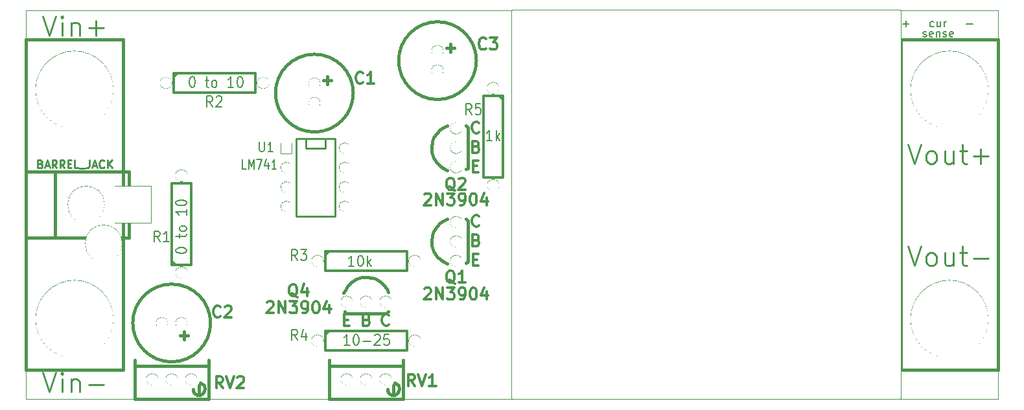
<source format=gto>
G04 (created by PCBNEW (2013-07-07 BZR 4022)-stable) date 6/29/2014 7:37:07 PM*
%MOIN*%
G04 Gerber Fmt 3.4, Leading zero omitted, Abs format*
%FSLAX34Y34*%
G01*
G70*
G90*
G04 APERTURE LIST*
%ADD10C,0.001*%
%ADD11C,0.005*%
%ADD12C,0.00787402*%
%ADD13C,0.01*%
%ADD14C,0.00393701*%
%ADD15C,0.015*%
%ADD16C,0.012*%
%ADD17C,0.0118*%
%ADD18C,0.008*%
%ADD19C,0.06*%
%ADD20C,0.0591*%
%ADD21C,0.25*%
%ADD22C,0.1*%
%ADD23C,0.189*%
%ADD24R,0.189X0.189*%
%ADD25R,0.055X0.055*%
%ADD26C,0.055*%
%ADD27C,0.4*%
%ADD28C,0.035*%
G04 APERTURE END LIST*
G54D10*
G54D11*
X45111Y19292D02*
X45416Y19292D01*
X45263Y19140D02*
X45263Y19444D01*
X46692Y19159D02*
X46654Y19140D01*
X46578Y19140D01*
X46540Y19159D01*
X46521Y19178D01*
X46502Y19216D01*
X46502Y19330D01*
X46521Y19368D01*
X46540Y19387D01*
X46578Y19406D01*
X46654Y19406D01*
X46692Y19387D01*
X47035Y19406D02*
X47035Y19140D01*
X46863Y19406D02*
X46863Y19197D01*
X46882Y19159D01*
X46921Y19140D01*
X46978Y19140D01*
X47016Y19159D01*
X47035Y19178D01*
X47225Y19140D02*
X47225Y19406D01*
X47225Y19330D02*
X47244Y19368D01*
X47263Y19387D01*
X47302Y19406D01*
X47340Y19406D01*
X48387Y19292D02*
X48692Y19292D01*
X46152Y18647D02*
X46190Y18628D01*
X46266Y18628D01*
X46304Y18647D01*
X46324Y18685D01*
X46324Y18704D01*
X46304Y18742D01*
X46266Y18761D01*
X46209Y18761D01*
X46171Y18780D01*
X46152Y18818D01*
X46152Y18837D01*
X46171Y18875D01*
X46209Y18894D01*
X46266Y18894D01*
X46304Y18875D01*
X46647Y18647D02*
X46609Y18628D01*
X46533Y18628D01*
X46495Y18647D01*
X46476Y18685D01*
X46476Y18837D01*
X46495Y18875D01*
X46533Y18894D01*
X46609Y18894D01*
X46647Y18875D01*
X46666Y18837D01*
X46666Y18799D01*
X46476Y18761D01*
X46838Y18894D02*
X46838Y18628D01*
X46838Y18856D02*
X46857Y18875D01*
X46895Y18894D01*
X46952Y18894D01*
X46990Y18875D01*
X47009Y18837D01*
X47009Y18628D01*
X47181Y18647D02*
X47219Y18628D01*
X47295Y18628D01*
X47333Y18647D01*
X47352Y18685D01*
X47352Y18704D01*
X47333Y18742D01*
X47295Y18761D01*
X47238Y18761D01*
X47200Y18780D01*
X47181Y18818D01*
X47181Y18837D01*
X47200Y18875D01*
X47238Y18894D01*
X47295Y18894D01*
X47333Y18875D01*
X47676Y18647D02*
X47638Y18628D01*
X47562Y18628D01*
X47524Y18647D01*
X47504Y18685D01*
X47504Y18837D01*
X47524Y18875D01*
X47562Y18894D01*
X47638Y18894D01*
X47676Y18875D01*
X47695Y18837D01*
X47695Y18799D01*
X47504Y18761D01*
G54D12*
X25000Y0D02*
X25000Y20000D01*
X45000Y0D02*
X25000Y0D01*
X45000Y20000D02*
X45000Y0D01*
X25000Y20000D02*
X45000Y20000D01*
G54D13*
X45357Y7845D02*
X45690Y6845D01*
X46023Y7845D01*
X46500Y6845D02*
X46404Y6892D01*
X46357Y6940D01*
X46309Y7035D01*
X46309Y7321D01*
X46357Y7416D01*
X46404Y7464D01*
X46500Y7511D01*
X46642Y7511D01*
X46738Y7464D01*
X46785Y7416D01*
X46833Y7321D01*
X46833Y7035D01*
X46785Y6940D01*
X46738Y6892D01*
X46642Y6845D01*
X46500Y6845D01*
X47690Y7511D02*
X47690Y6845D01*
X47261Y7511D02*
X47261Y6988D01*
X47309Y6892D01*
X47404Y6845D01*
X47547Y6845D01*
X47642Y6892D01*
X47690Y6940D01*
X48023Y7511D02*
X48404Y7511D01*
X48166Y7845D02*
X48166Y6988D01*
X48214Y6892D01*
X48309Y6845D01*
X48404Y6845D01*
X48738Y7226D02*
X49500Y7226D01*
X45357Y13095D02*
X45690Y12095D01*
X46023Y13095D01*
X46500Y12095D02*
X46404Y12142D01*
X46357Y12190D01*
X46309Y12285D01*
X46309Y12571D01*
X46357Y12666D01*
X46404Y12714D01*
X46500Y12761D01*
X46642Y12761D01*
X46738Y12714D01*
X46785Y12666D01*
X46833Y12571D01*
X46833Y12285D01*
X46785Y12190D01*
X46738Y12142D01*
X46642Y12095D01*
X46500Y12095D01*
X47690Y12761D02*
X47690Y12095D01*
X47261Y12761D02*
X47261Y12238D01*
X47309Y12142D01*
X47404Y12095D01*
X47547Y12095D01*
X47642Y12142D01*
X47690Y12190D01*
X48023Y12761D02*
X48404Y12761D01*
X48166Y13095D02*
X48166Y12238D01*
X48214Y12142D01*
X48309Y12095D01*
X48404Y12095D01*
X48738Y12476D02*
X49500Y12476D01*
X49119Y12095D02*
X49119Y12857D01*
X857Y1345D02*
X1190Y345D01*
X1523Y1345D01*
X1857Y345D02*
X1857Y1011D01*
X1857Y1345D02*
X1809Y1297D01*
X1857Y1250D01*
X1904Y1297D01*
X1857Y1345D01*
X1857Y1250D01*
X2333Y1011D02*
X2333Y345D01*
X2333Y916D02*
X2380Y964D01*
X2476Y1011D01*
X2619Y1011D01*
X2714Y964D01*
X2761Y869D01*
X2761Y345D01*
X3238Y726D02*
X4000Y726D01*
X857Y19695D02*
X1190Y18695D01*
X1523Y19695D01*
X1857Y18695D02*
X1857Y19361D01*
X1857Y19695D02*
X1809Y19647D01*
X1857Y19600D01*
X1904Y19647D01*
X1857Y19695D01*
X1857Y19600D01*
X2333Y19361D02*
X2333Y18695D01*
X2333Y19266D02*
X2380Y19314D01*
X2476Y19361D01*
X2619Y19361D01*
X2714Y19314D01*
X2761Y19219D01*
X2761Y18695D01*
X3238Y19076D02*
X4000Y19076D01*
X3619Y18695D02*
X3619Y19457D01*
G54D14*
X0Y0D02*
X0Y20000D01*
X50000Y0D02*
X0Y0D01*
X50000Y20000D02*
X50000Y0D01*
X0Y20000D02*
X50000Y20000D01*
G54D15*
X8900Y200D02*
X8900Y700D01*
X8590Y495D02*
X8605Y395D01*
X8605Y395D02*
X8675Y285D01*
X8675Y285D02*
X8800Y200D01*
X8800Y200D02*
X8975Y195D01*
X8975Y195D02*
X9115Y275D01*
X9115Y275D02*
X9185Y390D01*
X9185Y390D02*
X9205Y515D01*
X9205Y515D02*
X9165Y675D01*
X9165Y675D02*
X9030Y775D01*
X9030Y775D02*
X8960Y810D01*
X5600Y1700D02*
X9400Y1700D01*
X9400Y500D02*
X9400Y0D01*
X9400Y0D02*
X5600Y0D01*
X5600Y0D02*
X5600Y2000D01*
X9400Y2000D02*
X9400Y1000D01*
X9400Y1000D02*
X9400Y500D01*
X18900Y200D02*
X18900Y700D01*
X18590Y495D02*
X18605Y395D01*
X18605Y395D02*
X18675Y285D01*
X18675Y285D02*
X18800Y200D01*
X18800Y200D02*
X18975Y195D01*
X18975Y195D02*
X19115Y275D01*
X19115Y275D02*
X19185Y390D01*
X19185Y390D02*
X19205Y515D01*
X19205Y515D02*
X19165Y675D01*
X19165Y675D02*
X19030Y775D01*
X19030Y775D02*
X18960Y810D01*
X15600Y1700D02*
X19400Y1700D01*
X19400Y500D02*
X19400Y0D01*
X19400Y0D02*
X15600Y0D01*
X15600Y0D02*
X15600Y2000D01*
X19400Y2000D02*
X19400Y1000D01*
X19400Y1000D02*
X19400Y500D01*
X18550Y4400D02*
X18650Y4500D01*
X16450Y4400D02*
X16400Y4500D01*
X16345Y5460D02*
X16425Y5605D01*
X16425Y5605D02*
X16545Y5795D01*
X16545Y5795D02*
X16735Y5995D01*
X16735Y5995D02*
X16985Y6150D01*
X16985Y6150D02*
X17280Y6250D01*
X17280Y6250D02*
X17510Y6270D01*
X17510Y6270D02*
X17830Y6225D01*
X17830Y6225D02*
X18035Y6150D01*
X18035Y6150D02*
X18255Y5995D01*
X18255Y5995D02*
X18440Y5815D01*
X18440Y5815D02*
X18555Y5645D01*
X18555Y5645D02*
X18640Y5475D01*
X16450Y4400D02*
X18550Y4400D01*
X22730Y13960D02*
X22630Y14060D01*
X22730Y11860D02*
X22630Y11810D01*
X21670Y11755D02*
X21525Y11835D01*
X21525Y11835D02*
X21335Y11955D01*
X21335Y11955D02*
X21135Y12145D01*
X21135Y12145D02*
X20980Y12395D01*
X20980Y12395D02*
X20880Y12690D01*
X20880Y12690D02*
X20860Y12920D01*
X20860Y12920D02*
X20905Y13240D01*
X20905Y13240D02*
X20980Y13445D01*
X20980Y13445D02*
X21135Y13665D01*
X21135Y13665D02*
X21315Y13850D01*
X21315Y13850D02*
X21485Y13965D01*
X21485Y13965D02*
X21655Y14050D01*
X22730Y11860D02*
X22730Y13960D01*
X22730Y9150D02*
X22630Y9250D01*
X22730Y7050D02*
X22630Y7000D01*
X21670Y6945D02*
X21525Y7025D01*
X21525Y7025D02*
X21335Y7145D01*
X21335Y7145D02*
X21135Y7335D01*
X21135Y7335D02*
X20980Y7585D01*
X20980Y7585D02*
X20880Y7880D01*
X20880Y7880D02*
X20860Y8110D01*
X20860Y8110D02*
X20905Y8430D01*
X20905Y8430D02*
X20980Y8635D01*
X20980Y8635D02*
X21135Y8855D01*
X21135Y8855D02*
X21315Y9040D01*
X21315Y9040D02*
X21485Y9155D01*
X21485Y9155D02*
X21655Y9240D01*
X22730Y7050D02*
X22730Y9150D01*
X8150Y3050D02*
X8150Y3450D01*
X8350Y3250D02*
X7950Y3250D01*
X9500Y3900D02*
G75*
G03X9500Y3900I-2000J0D01*
G74*
G01*
X22024Y18052D02*
X21624Y18052D01*
X21824Y18252D02*
X21824Y17852D01*
X23174Y17402D02*
G75*
G03X23174Y17402I-2000J0D01*
G74*
G01*
X15690Y16380D02*
X15290Y16380D01*
X15490Y16580D02*
X15490Y16180D01*
X16840Y15730D02*
G75*
G03X16840Y15730I-2000J0D01*
G74*
G01*
G54D16*
X36000Y18000D02*
X35000Y18400D01*
X35000Y18400D02*
X34000Y18000D01*
X36000Y2000D02*
X35000Y1400D01*
X35000Y1400D02*
X34000Y2000D01*
X39800Y11800D02*
X40200Y10000D01*
X40200Y10000D02*
X39800Y8200D01*
X39800Y11800D02*
X36000Y18000D01*
X39800Y8200D02*
X36000Y2000D01*
X30200Y8200D02*
X34000Y2000D01*
X30200Y11800D02*
X34000Y18000D01*
X30200Y8200D02*
X29800Y10200D01*
X29800Y10200D02*
X30200Y11800D01*
X39007Y10000D02*
G75*
G03X39007Y10000I-4007J0D01*
G74*
G01*
X7200Y16250D02*
X7600Y16250D01*
X12200Y16250D02*
X11800Y16250D01*
X11800Y16750D02*
X11800Y15750D01*
X11800Y15750D02*
X7600Y15750D01*
X7600Y15750D02*
X7600Y16750D01*
X7600Y16750D02*
X11800Y16750D01*
X7600Y16550D02*
X7800Y16750D01*
X15000Y7100D02*
X15400Y7100D01*
X20000Y7100D02*
X19600Y7100D01*
X19600Y7600D02*
X19600Y6600D01*
X19600Y6600D02*
X15400Y6600D01*
X15400Y6600D02*
X15400Y7600D01*
X15400Y7600D02*
X19600Y7600D01*
X15400Y7400D02*
X15600Y7600D01*
X8000Y6500D02*
X8000Y6900D01*
X8000Y11500D02*
X8000Y11100D01*
X7500Y11100D02*
X8500Y11100D01*
X8500Y11100D02*
X8500Y6900D01*
X8500Y6900D02*
X7500Y6900D01*
X7500Y6900D02*
X7500Y11100D01*
X7700Y6900D02*
X7500Y7100D01*
X15000Y3000D02*
X15400Y3000D01*
X20000Y3000D02*
X19600Y3000D01*
X19600Y3500D02*
X19600Y2500D01*
X19600Y2500D02*
X15400Y2500D01*
X15400Y2500D02*
X15400Y3500D01*
X15400Y3500D02*
X19600Y3500D01*
X15400Y3300D02*
X15600Y3500D01*
G54D15*
X300Y11700D02*
X0Y11700D01*
X0Y11700D02*
X0Y8300D01*
X0Y8300D02*
X300Y8300D01*
X1500Y11700D02*
X1500Y8300D01*
X5300Y11700D02*
X5300Y8300D01*
X300Y8300D02*
X5300Y8300D01*
X300Y11700D02*
X5300Y11700D01*
G54D13*
X15390Y13400D02*
X15390Y12900D01*
X15390Y12900D02*
X14390Y12900D01*
X14390Y12900D02*
X14390Y13400D01*
X15890Y13400D02*
X15890Y9400D01*
X15890Y9400D02*
X13890Y9400D01*
X13890Y9400D02*
X13890Y13400D01*
X13890Y13400D02*
X15890Y13400D01*
G54D15*
X0Y1500D02*
X0Y18500D01*
X0Y18500D02*
X5000Y18500D01*
X5000Y18500D02*
X5000Y1500D01*
X5000Y1500D02*
X0Y1500D01*
X50000Y18500D02*
X50000Y1500D01*
X50000Y1500D02*
X45000Y1500D01*
X45000Y1500D02*
X45000Y18500D01*
X45000Y18500D02*
X50000Y18500D01*
G54D16*
X24036Y16000D02*
X24036Y15600D01*
X24036Y11000D02*
X24036Y11400D01*
X24536Y11400D02*
X23536Y11400D01*
X23536Y11400D02*
X23536Y15600D01*
X23536Y15600D02*
X24536Y15600D01*
X24536Y15600D02*
X24536Y11400D01*
X24336Y15600D02*
X24536Y15400D01*
G54D10*
X7795Y1000D02*
G75*
G03X7795Y1000I-295J0D01*
G74*
G01*
X6795Y1000D02*
G75*
G03X6795Y1000I-295J0D01*
G74*
G01*
X8795Y1000D02*
G75*
G03X8795Y1000I-295J0D01*
G74*
G01*
X17795Y1000D02*
G75*
G03X17795Y1000I-295J0D01*
G74*
G01*
X16795Y1000D02*
G75*
G03X16795Y1000I-295J0D01*
G74*
G01*
X18795Y1000D02*
G75*
G03X18795Y1000I-295J0D01*
G74*
G01*
X17795Y5000D02*
G75*
G03X17795Y5000I-295J0D01*
G74*
G01*
X18795Y5000D02*
G75*
G03X18795Y5000I-295J0D01*
G74*
G01*
X16795Y5000D02*
G75*
G03X16795Y5000I-295J0D01*
G74*
G01*
X22425Y12910D02*
G75*
G03X22425Y12910I-295J0D01*
G74*
G01*
X22425Y13910D02*
G75*
G03X22425Y13910I-295J0D01*
G74*
G01*
X22425Y11910D02*
G75*
G03X22425Y11910I-295J0D01*
G74*
G01*
X22425Y8100D02*
G75*
G03X22425Y8100I-295J0D01*
G74*
G01*
X22425Y9100D02*
G75*
G03X22425Y9100I-295J0D01*
G74*
G01*
X22425Y7100D02*
G75*
G03X22425Y7100I-295J0D01*
G74*
G01*
X7290Y3900D02*
G75*
G03X7290Y3900I-290J0D01*
G74*
G01*
X8290Y3900D02*
G75*
G03X8290Y3900I-290J0D01*
G74*
G01*
X21464Y16902D02*
G75*
G03X21464Y16902I-290J0D01*
G74*
G01*
X21464Y17902D02*
G75*
G03X21464Y17902I-290J0D01*
G74*
G01*
X15130Y15230D02*
G75*
G03X15130Y15230I-290J0D01*
G74*
G01*
X15130Y16230D02*
G75*
G03X15130Y16230I-290J0D01*
G74*
G01*
X36245Y16000D02*
G75*
G03X36245Y16000I-1245J0D01*
G74*
G01*
X36245Y4000D02*
G75*
G03X36245Y4000I-1245J0D01*
G74*
G01*
X37495Y11000D02*
G75*
G03X37495Y11000I-495J0D01*
G74*
G01*
X33495Y11000D02*
G75*
G03X33495Y11000I-495J0D01*
G74*
G01*
X7495Y16250D02*
G75*
G03X7495Y16250I-295J0D01*
G74*
G01*
X12495Y16250D02*
G75*
G03X12495Y16250I-295J0D01*
G74*
G01*
X15295Y7100D02*
G75*
G03X15295Y7100I-295J0D01*
G74*
G01*
X20295Y7100D02*
G75*
G03X20295Y7100I-295J0D01*
G74*
G01*
X8295Y6500D02*
G75*
G03X8295Y6500I-295J0D01*
G74*
G01*
X8295Y11500D02*
G75*
G03X8295Y11500I-295J0D01*
G74*
G01*
X15295Y3000D02*
G75*
G03X15295Y3000I-295J0D01*
G74*
G01*
X20295Y3000D02*
G75*
G03X20295Y3000I-295J0D01*
G74*
G01*
X4040Y10000D02*
G75*
G03X4040Y10000I-940J0D01*
G74*
G01*
X4560Y10940D02*
X4560Y9060D01*
X6440Y9060D01*
X6440Y10940D01*
X4560Y10940D01*
X4940Y8000D02*
G75*
G03X4940Y8000I-940J0D01*
G74*
G01*
X13120Y13170D02*
X13120Y12630D01*
X13660Y12630D01*
X13660Y13170D01*
X13120Y13170D01*
X13660Y11900D02*
G75*
G03X13660Y11900I-270J0D01*
G74*
G01*
X13660Y10900D02*
G75*
G03X13660Y10900I-270J0D01*
G74*
G01*
X13660Y9900D02*
G75*
G03X13660Y9900I-270J0D01*
G74*
G01*
X16660Y9900D02*
G75*
G03X16660Y9900I-270J0D01*
G74*
G01*
X16660Y10900D02*
G75*
G03X16660Y10900I-270J0D01*
G74*
G01*
X16660Y11900D02*
G75*
G03X16660Y11900I-270J0D01*
G74*
G01*
X16660Y12900D02*
G75*
G03X16660Y12900I-270J0D01*
G74*
G01*
X4495Y4100D02*
G75*
G03X4495Y4100I-1995J0D01*
G74*
G01*
X4495Y15900D02*
G75*
G03X4495Y15900I-1995J0D01*
G74*
G01*
X49495Y15900D02*
G75*
G03X49495Y15900I-1995J0D01*
G74*
G01*
X49495Y4100D02*
G75*
G03X49495Y4100I-1995J0D01*
G74*
G01*
X24331Y16000D02*
G75*
G03X24331Y16000I-295J0D01*
G74*
G01*
X24331Y11000D02*
G75*
G03X24331Y11000I-295J0D01*
G74*
G01*
G54D16*
X10132Y547D02*
X9932Y832D01*
X9790Y547D02*
X9790Y1147D01*
X10018Y1147D01*
X10075Y1118D01*
X10104Y1090D01*
X10132Y1032D01*
X10132Y947D01*
X10104Y890D01*
X10075Y861D01*
X10018Y832D01*
X9790Y832D01*
X10304Y1147D02*
X10504Y547D01*
X10704Y1147D01*
X10875Y1090D02*
X10904Y1118D01*
X10961Y1147D01*
X11104Y1147D01*
X11161Y1118D01*
X11190Y1090D01*
X11218Y1032D01*
X11218Y975D01*
X11190Y890D01*
X10847Y547D01*
X11218Y547D01*
X20002Y667D02*
X19802Y952D01*
X19660Y667D02*
X19660Y1267D01*
X19888Y1267D01*
X19945Y1238D01*
X19974Y1210D01*
X20002Y1152D01*
X20002Y1067D01*
X19974Y1010D01*
X19945Y981D01*
X19888Y952D01*
X19660Y952D01*
X20174Y1267D02*
X20374Y667D01*
X20574Y1267D01*
X21088Y667D02*
X20745Y667D01*
X20917Y667D02*
X20917Y1267D01*
X20860Y1181D01*
X20802Y1124D01*
X20745Y1095D01*
X13978Y5230D02*
X13921Y5258D01*
X13864Y5315D01*
X13778Y5401D01*
X13721Y5430D01*
X13664Y5430D01*
X13693Y5287D02*
X13636Y5315D01*
X13578Y5372D01*
X13550Y5487D01*
X13550Y5687D01*
X13578Y5801D01*
X13636Y5858D01*
X13693Y5887D01*
X13807Y5887D01*
X13864Y5858D01*
X13921Y5801D01*
X13950Y5687D01*
X13950Y5487D01*
X13921Y5372D01*
X13864Y5315D01*
X13807Y5287D01*
X13693Y5287D01*
X14464Y5687D02*
X14464Y5287D01*
X14321Y5915D02*
X14178Y5487D01*
X14550Y5487D01*
X12407Y4952D02*
X12435Y4980D01*
X12493Y5009D01*
X12635Y5009D01*
X12693Y4980D01*
X12721Y4952D01*
X12750Y4894D01*
X12750Y4837D01*
X12721Y4752D01*
X12378Y4409D01*
X12750Y4409D01*
X13007Y4409D02*
X13007Y5009D01*
X13350Y4409D01*
X13350Y5009D01*
X13578Y5009D02*
X13950Y5009D01*
X13750Y4780D01*
X13835Y4780D01*
X13893Y4752D01*
X13921Y4723D01*
X13950Y4666D01*
X13950Y4523D01*
X13921Y4466D01*
X13893Y4437D01*
X13835Y4409D01*
X13664Y4409D01*
X13607Y4437D01*
X13578Y4466D01*
X14236Y4409D02*
X14350Y4409D01*
X14407Y4437D01*
X14436Y4466D01*
X14493Y4552D01*
X14521Y4666D01*
X14521Y4894D01*
X14493Y4952D01*
X14464Y4980D01*
X14407Y5009D01*
X14293Y5009D01*
X14236Y4980D01*
X14207Y4952D01*
X14178Y4894D01*
X14178Y4752D01*
X14207Y4694D01*
X14236Y4666D01*
X14293Y4637D01*
X14407Y4637D01*
X14464Y4666D01*
X14493Y4694D01*
X14521Y4752D01*
X14893Y5009D02*
X14950Y5009D01*
X15007Y4980D01*
X15036Y4952D01*
X15064Y4894D01*
X15093Y4780D01*
X15093Y4637D01*
X15064Y4523D01*
X15036Y4466D01*
X15007Y4437D01*
X14950Y4409D01*
X14893Y4409D01*
X14836Y4437D01*
X14807Y4466D01*
X14778Y4523D01*
X14750Y4637D01*
X14750Y4780D01*
X14778Y4894D01*
X14807Y4952D01*
X14836Y4980D01*
X14893Y5009D01*
X15607Y4809D02*
X15607Y4409D01*
X15464Y5037D02*
X15321Y4609D01*
X15693Y4609D01*
G54D17*
X16373Y4070D02*
X16570Y4070D01*
X16654Y3760D02*
X16373Y3760D01*
X16373Y4351D01*
X16654Y4351D01*
X17542Y4070D02*
X17626Y4042D01*
X17654Y4014D01*
X17682Y3957D01*
X17682Y3873D01*
X17654Y3817D01*
X17626Y3788D01*
X17570Y3760D01*
X17345Y3760D01*
X17345Y4351D01*
X17542Y4351D01*
X17598Y4323D01*
X17626Y4295D01*
X17654Y4239D01*
X17654Y4182D01*
X17626Y4126D01*
X17598Y4098D01*
X17542Y4070D01*
X17345Y4070D01*
X18682Y3817D02*
X18654Y3788D01*
X18570Y3760D01*
X18514Y3760D01*
X18429Y3788D01*
X18373Y3845D01*
X18345Y3901D01*
X18317Y4014D01*
X18317Y4098D01*
X18345Y4211D01*
X18373Y4267D01*
X18429Y4323D01*
X18514Y4351D01*
X18570Y4351D01*
X18654Y4323D01*
X18682Y4295D01*
G54D16*
X22072Y10710D02*
X22015Y10738D01*
X21958Y10795D01*
X21872Y10881D01*
X21815Y10910D01*
X21758Y10910D01*
X21787Y10767D02*
X21730Y10795D01*
X21672Y10852D01*
X21644Y10967D01*
X21644Y11167D01*
X21672Y11281D01*
X21730Y11338D01*
X21787Y11367D01*
X21901Y11367D01*
X21958Y11338D01*
X22015Y11281D01*
X22044Y11167D01*
X22044Y10967D01*
X22015Y10852D01*
X21958Y10795D01*
X21901Y10767D01*
X21787Y10767D01*
X22272Y11310D02*
X22301Y11338D01*
X22358Y11367D01*
X22501Y11367D01*
X22558Y11338D01*
X22587Y11310D01*
X22615Y11252D01*
X22615Y11195D01*
X22587Y11110D01*
X22244Y10767D01*
X22615Y10767D01*
X20501Y10514D02*
X20529Y10542D01*
X20587Y10571D01*
X20729Y10571D01*
X20787Y10542D01*
X20815Y10514D01*
X20844Y10456D01*
X20844Y10399D01*
X20815Y10314D01*
X20472Y9971D01*
X20844Y9971D01*
X21101Y9971D02*
X21101Y10571D01*
X21444Y9971D01*
X21444Y10571D01*
X21672Y10571D02*
X22044Y10571D01*
X21844Y10342D01*
X21929Y10342D01*
X21987Y10314D01*
X22015Y10285D01*
X22044Y10228D01*
X22044Y10085D01*
X22015Y10028D01*
X21987Y9999D01*
X21929Y9971D01*
X21758Y9971D01*
X21701Y9999D01*
X21672Y10028D01*
X22330Y9971D02*
X22444Y9971D01*
X22501Y9999D01*
X22530Y10028D01*
X22587Y10114D01*
X22615Y10228D01*
X22615Y10456D01*
X22587Y10514D01*
X22558Y10542D01*
X22501Y10571D01*
X22387Y10571D01*
X22330Y10542D01*
X22301Y10514D01*
X22272Y10456D01*
X22272Y10314D01*
X22301Y10256D01*
X22330Y10228D01*
X22387Y10199D01*
X22501Y10199D01*
X22558Y10228D01*
X22587Y10256D01*
X22615Y10314D01*
X22987Y10571D02*
X23044Y10571D01*
X23101Y10542D01*
X23130Y10514D01*
X23158Y10456D01*
X23187Y10342D01*
X23187Y10199D01*
X23158Y10085D01*
X23130Y10028D01*
X23101Y9999D01*
X23044Y9971D01*
X22987Y9971D01*
X22930Y9999D01*
X22901Y10028D01*
X22872Y10085D01*
X22844Y10199D01*
X22844Y10342D01*
X22872Y10456D01*
X22901Y10514D01*
X22930Y10542D01*
X22987Y10571D01*
X23701Y10371D02*
X23701Y9971D01*
X23558Y10599D02*
X23415Y10171D01*
X23787Y10171D01*
G54D17*
X23003Y11980D02*
X23200Y11980D01*
X23284Y11670D02*
X23003Y11670D01*
X23003Y12261D01*
X23284Y12261D01*
X23172Y12980D02*
X23256Y12952D01*
X23284Y12924D01*
X23312Y12867D01*
X23312Y12783D01*
X23284Y12727D01*
X23256Y12698D01*
X23200Y12670D01*
X22975Y12670D01*
X22975Y13261D01*
X23172Y13261D01*
X23228Y13233D01*
X23256Y13205D01*
X23284Y13149D01*
X23284Y13092D01*
X23256Y13036D01*
X23228Y13008D01*
X23172Y12980D01*
X22975Y12980D01*
X23312Y13727D02*
X23284Y13698D01*
X23200Y13670D01*
X23144Y13670D01*
X23059Y13698D01*
X23003Y13755D01*
X22975Y13811D01*
X22947Y13924D01*
X22947Y14008D01*
X22975Y14121D01*
X23003Y14177D01*
X23059Y14233D01*
X23144Y14261D01*
X23200Y14261D01*
X23284Y14233D01*
X23312Y14205D01*
G54D16*
X22072Y5928D02*
X22015Y5956D01*
X21958Y6013D01*
X21872Y6099D01*
X21815Y6128D01*
X21758Y6128D01*
X21787Y5985D02*
X21730Y6013D01*
X21672Y6070D01*
X21644Y6185D01*
X21644Y6385D01*
X21672Y6499D01*
X21730Y6556D01*
X21787Y6585D01*
X21901Y6585D01*
X21958Y6556D01*
X22015Y6499D01*
X22044Y6385D01*
X22044Y6185D01*
X22015Y6070D01*
X21958Y6013D01*
X21901Y5985D01*
X21787Y5985D01*
X22615Y5985D02*
X22272Y5985D01*
X22444Y5985D02*
X22444Y6585D01*
X22387Y6499D01*
X22330Y6442D01*
X22272Y6413D01*
X20501Y5650D02*
X20529Y5678D01*
X20587Y5707D01*
X20729Y5707D01*
X20787Y5678D01*
X20815Y5650D01*
X20844Y5592D01*
X20844Y5535D01*
X20815Y5450D01*
X20472Y5107D01*
X20844Y5107D01*
X21101Y5107D02*
X21101Y5707D01*
X21444Y5107D01*
X21444Y5707D01*
X21672Y5707D02*
X22044Y5707D01*
X21844Y5478D01*
X21929Y5478D01*
X21987Y5450D01*
X22015Y5421D01*
X22044Y5364D01*
X22044Y5221D01*
X22015Y5164D01*
X21987Y5135D01*
X21929Y5107D01*
X21758Y5107D01*
X21701Y5135D01*
X21672Y5164D01*
X22330Y5107D02*
X22444Y5107D01*
X22501Y5135D01*
X22530Y5164D01*
X22587Y5250D01*
X22615Y5364D01*
X22615Y5592D01*
X22587Y5650D01*
X22558Y5678D01*
X22501Y5707D01*
X22387Y5707D01*
X22330Y5678D01*
X22301Y5650D01*
X22272Y5592D01*
X22272Y5450D01*
X22301Y5392D01*
X22330Y5364D01*
X22387Y5335D01*
X22501Y5335D01*
X22558Y5364D01*
X22587Y5392D01*
X22615Y5450D01*
X22987Y5707D02*
X23044Y5707D01*
X23101Y5678D01*
X23130Y5650D01*
X23158Y5592D01*
X23187Y5478D01*
X23187Y5335D01*
X23158Y5221D01*
X23130Y5164D01*
X23101Y5135D01*
X23044Y5107D01*
X22987Y5107D01*
X22930Y5135D01*
X22901Y5164D01*
X22872Y5221D01*
X22844Y5335D01*
X22844Y5478D01*
X22872Y5592D01*
X22901Y5650D01*
X22930Y5678D01*
X22987Y5707D01*
X23701Y5507D02*
X23701Y5107D01*
X23558Y5735D02*
X23415Y5307D01*
X23787Y5307D01*
G54D17*
X23003Y7170D02*
X23200Y7170D01*
X23284Y6860D02*
X23003Y6860D01*
X23003Y7451D01*
X23284Y7451D01*
X23172Y8170D02*
X23256Y8142D01*
X23284Y8114D01*
X23312Y8057D01*
X23312Y7973D01*
X23284Y7917D01*
X23256Y7888D01*
X23200Y7860D01*
X22975Y7860D01*
X22975Y8451D01*
X23172Y8451D01*
X23228Y8423D01*
X23256Y8395D01*
X23284Y8339D01*
X23284Y8282D01*
X23256Y8226D01*
X23228Y8198D01*
X23172Y8170D01*
X22975Y8170D01*
X23312Y8917D02*
X23284Y8888D01*
X23200Y8860D01*
X23144Y8860D01*
X23059Y8888D01*
X23003Y8945D01*
X22975Y9001D01*
X22947Y9114D01*
X22947Y9198D01*
X22975Y9311D01*
X23003Y9367D01*
X23059Y9423D01*
X23144Y9451D01*
X23200Y9451D01*
X23284Y9423D01*
X23312Y9395D01*
G54D16*
X10010Y4244D02*
X9981Y4215D01*
X9895Y4187D01*
X9838Y4187D01*
X9752Y4215D01*
X9695Y4272D01*
X9667Y4330D01*
X9638Y4444D01*
X9638Y4530D01*
X9667Y4644D01*
X9695Y4701D01*
X9752Y4758D01*
X9838Y4787D01*
X9895Y4787D01*
X9981Y4758D01*
X10010Y4730D01*
X10238Y4730D02*
X10267Y4758D01*
X10324Y4787D01*
X10467Y4787D01*
X10524Y4758D01*
X10552Y4730D01*
X10581Y4672D01*
X10581Y4615D01*
X10552Y4530D01*
X10210Y4187D01*
X10581Y4187D01*
X23666Y18034D02*
X23637Y18005D01*
X23551Y17977D01*
X23494Y17977D01*
X23408Y18005D01*
X23351Y18062D01*
X23323Y18120D01*
X23294Y18234D01*
X23294Y18320D01*
X23323Y18434D01*
X23351Y18491D01*
X23408Y18548D01*
X23494Y18577D01*
X23551Y18577D01*
X23637Y18548D01*
X23666Y18520D01*
X23866Y18577D02*
X24237Y18577D01*
X24037Y18348D01*
X24123Y18348D01*
X24180Y18320D01*
X24208Y18291D01*
X24237Y18234D01*
X24237Y18091D01*
X24208Y18034D01*
X24180Y18005D01*
X24123Y17977D01*
X23951Y17977D01*
X23894Y18005D01*
X23866Y18034D01*
X17340Y16274D02*
X17311Y16245D01*
X17225Y16217D01*
X17168Y16217D01*
X17082Y16245D01*
X17025Y16302D01*
X16997Y16360D01*
X16968Y16474D01*
X16968Y16560D01*
X16997Y16674D01*
X17025Y16731D01*
X17082Y16788D01*
X17168Y16817D01*
X17225Y16817D01*
X17311Y16788D01*
X17340Y16760D01*
X17911Y16217D02*
X17568Y16217D01*
X17740Y16217D02*
X17740Y16817D01*
X17682Y16731D01*
X17625Y16674D01*
X17568Y16645D01*
G54D18*
X38381Y15380D02*
X38343Y15399D01*
X38305Y15437D01*
X38248Y15494D01*
X38210Y15513D01*
X38172Y15513D01*
X38191Y15418D02*
X38153Y15437D01*
X38115Y15475D01*
X38096Y15551D01*
X38096Y15684D01*
X38115Y15760D01*
X38153Y15799D01*
X38191Y15818D01*
X38267Y15818D01*
X38305Y15799D01*
X38343Y15760D01*
X38362Y15684D01*
X38362Y15551D01*
X38343Y15475D01*
X38305Y15437D01*
X38267Y15418D01*
X38191Y15418D01*
X38496Y15818D02*
X38743Y15818D01*
X38610Y15665D01*
X38667Y15665D01*
X38705Y15646D01*
X38724Y15627D01*
X38743Y15589D01*
X38743Y15494D01*
X38724Y15456D01*
X38705Y15437D01*
X38667Y15418D01*
X38553Y15418D01*
X38515Y15437D01*
X38496Y15456D01*
X38132Y14858D02*
X38132Y15258D01*
X38265Y14972D01*
X38399Y15258D01*
X38399Y14858D01*
X38703Y15258D02*
X38703Y14972D01*
X38684Y14915D01*
X38646Y14877D01*
X38589Y14858D01*
X38551Y14858D01*
X39065Y15124D02*
X39065Y14858D01*
X38970Y15277D02*
X38875Y14991D01*
X39122Y14991D01*
X39465Y15258D02*
X39275Y15258D01*
X39256Y15067D01*
X39275Y15086D01*
X39313Y15105D01*
X39408Y15105D01*
X39446Y15086D01*
X39465Y15067D01*
X39484Y15029D01*
X39484Y14934D01*
X39465Y14896D01*
X39446Y14877D01*
X39408Y14858D01*
X39313Y14858D01*
X39275Y14877D01*
X39256Y14896D01*
X39732Y15258D02*
X39770Y15258D01*
X39808Y15239D01*
X39827Y15220D01*
X39846Y15181D01*
X39865Y15105D01*
X39865Y15010D01*
X39846Y14934D01*
X39827Y14896D01*
X39808Y14877D01*
X39770Y14858D01*
X39732Y14858D01*
X39694Y14877D01*
X39675Y14896D01*
X39656Y14934D01*
X39637Y15010D01*
X39637Y15105D01*
X39656Y15181D01*
X39675Y15220D01*
X39694Y15239D01*
X39732Y15258D01*
X40018Y15220D02*
X40037Y15239D01*
X40075Y15258D01*
X40170Y15258D01*
X40208Y15239D01*
X40227Y15220D01*
X40246Y15181D01*
X40246Y15143D01*
X40227Y15086D01*
X39999Y14858D01*
X40246Y14858D01*
X9606Y15027D02*
X9440Y15289D01*
X9320Y15027D02*
X9320Y15577D01*
X9511Y15577D01*
X9559Y15551D01*
X9582Y15525D01*
X9606Y15472D01*
X9606Y15394D01*
X9582Y15341D01*
X9559Y15315D01*
X9511Y15289D01*
X9320Y15289D01*
X9797Y15525D02*
X9820Y15551D01*
X9868Y15577D01*
X9987Y15577D01*
X10035Y15551D01*
X10059Y15525D01*
X10082Y15472D01*
X10082Y15420D01*
X10059Y15341D01*
X9773Y15027D01*
X10082Y15027D01*
X8536Y16581D02*
X8583Y16581D01*
X8631Y16555D01*
X8655Y16529D01*
X8678Y16476D01*
X8702Y16371D01*
X8702Y16240D01*
X8678Y16136D01*
X8655Y16083D01*
X8631Y16057D01*
X8583Y16031D01*
X8536Y16031D01*
X8488Y16057D01*
X8464Y16083D01*
X8440Y16136D01*
X8416Y16240D01*
X8416Y16371D01*
X8440Y16476D01*
X8464Y16529D01*
X8488Y16555D01*
X8536Y16581D01*
X9226Y16398D02*
X9416Y16398D01*
X9297Y16581D02*
X9297Y16109D01*
X9321Y16057D01*
X9369Y16031D01*
X9416Y16031D01*
X9655Y16031D02*
X9607Y16057D01*
X9583Y16083D01*
X9559Y16136D01*
X9559Y16293D01*
X9583Y16345D01*
X9607Y16371D01*
X9655Y16398D01*
X9726Y16398D01*
X9774Y16371D01*
X9797Y16345D01*
X9821Y16293D01*
X9821Y16136D01*
X9797Y16083D01*
X9774Y16057D01*
X9726Y16031D01*
X9655Y16031D01*
X10678Y16031D02*
X10393Y16031D01*
X10536Y16031D02*
X10536Y16581D01*
X10488Y16502D01*
X10440Y16450D01*
X10393Y16424D01*
X10988Y16581D02*
X11036Y16581D01*
X11083Y16555D01*
X11107Y16529D01*
X11131Y16476D01*
X11155Y16371D01*
X11155Y16240D01*
X11131Y16136D01*
X11107Y16083D01*
X11083Y16057D01*
X11036Y16031D01*
X10988Y16031D01*
X10940Y16057D01*
X10916Y16083D01*
X10893Y16136D01*
X10869Y16240D01*
X10869Y16371D01*
X10893Y16476D01*
X10916Y16529D01*
X10940Y16555D01*
X10988Y16581D01*
X13966Y7127D02*
X13800Y7389D01*
X13680Y7127D02*
X13680Y7677D01*
X13871Y7677D01*
X13919Y7651D01*
X13942Y7625D01*
X13966Y7572D01*
X13966Y7494D01*
X13942Y7441D01*
X13919Y7415D01*
X13871Y7389D01*
X13680Y7389D01*
X14133Y7677D02*
X14442Y7677D01*
X14276Y7467D01*
X14347Y7467D01*
X14395Y7441D01*
X14419Y7415D01*
X14442Y7363D01*
X14442Y7232D01*
X14419Y7179D01*
X14395Y7153D01*
X14347Y7127D01*
X14204Y7127D01*
X14157Y7153D01*
X14133Y7179D01*
X16882Y6821D02*
X16596Y6821D01*
X16739Y6821D02*
X16739Y7371D01*
X16691Y7292D01*
X16644Y7240D01*
X16596Y7214D01*
X17191Y7371D02*
X17239Y7371D01*
X17287Y7345D01*
X17310Y7319D01*
X17334Y7266D01*
X17358Y7161D01*
X17358Y7030D01*
X17334Y6926D01*
X17310Y6873D01*
X17287Y6847D01*
X17239Y6821D01*
X17191Y6821D01*
X17144Y6847D01*
X17120Y6873D01*
X17096Y6926D01*
X17072Y7030D01*
X17072Y7161D01*
X17096Y7266D01*
X17120Y7319D01*
X17144Y7345D01*
X17191Y7371D01*
X17572Y6821D02*
X17572Y7371D01*
X17620Y7030D02*
X17763Y6821D01*
X17763Y7188D02*
X17572Y6978D01*
X6896Y8081D02*
X6730Y8343D01*
X6610Y8081D02*
X6610Y8631D01*
X6801Y8631D01*
X6849Y8605D01*
X6872Y8579D01*
X6896Y8526D01*
X6896Y8448D01*
X6872Y8395D01*
X6849Y8369D01*
X6801Y8343D01*
X6610Y8343D01*
X7372Y8081D02*
X7087Y8081D01*
X7230Y8081D02*
X7230Y8631D01*
X7182Y8552D01*
X7134Y8500D01*
X7087Y8474D01*
X7718Y7610D02*
X7718Y7657D01*
X7744Y7705D01*
X7771Y7729D01*
X7823Y7752D01*
X7928Y7776D01*
X8059Y7776D01*
X8163Y7752D01*
X8216Y7729D01*
X8242Y7705D01*
X8268Y7657D01*
X8268Y7610D01*
X8242Y7562D01*
X8216Y7538D01*
X8163Y7514D01*
X8059Y7490D01*
X7928Y7490D01*
X7823Y7514D01*
X7771Y7538D01*
X7744Y7562D01*
X7718Y7610D01*
X7901Y8300D02*
X7901Y8490D01*
X7718Y8371D02*
X8190Y8371D01*
X8242Y8395D01*
X8268Y8443D01*
X8268Y8490D01*
X8268Y8729D02*
X8242Y8681D01*
X8216Y8657D01*
X8163Y8633D01*
X8006Y8633D01*
X7954Y8657D01*
X7928Y8681D01*
X7901Y8729D01*
X7901Y8800D01*
X7928Y8848D01*
X7954Y8871D01*
X8006Y8895D01*
X8163Y8895D01*
X8216Y8871D01*
X8242Y8848D01*
X8268Y8800D01*
X8268Y8729D01*
X8268Y9752D02*
X8268Y9467D01*
X8268Y9610D02*
X7718Y9610D01*
X7797Y9562D01*
X7849Y9514D01*
X7875Y9467D01*
X7718Y10062D02*
X7718Y10110D01*
X7744Y10157D01*
X7771Y10181D01*
X7823Y10205D01*
X7928Y10229D01*
X8059Y10229D01*
X8163Y10205D01*
X8216Y10181D01*
X8242Y10157D01*
X8268Y10110D01*
X8268Y10062D01*
X8242Y10014D01*
X8216Y9990D01*
X8163Y9967D01*
X8059Y9943D01*
X7928Y9943D01*
X7823Y9967D01*
X7771Y9990D01*
X7744Y10014D01*
X7718Y10062D01*
X13966Y3017D02*
X13800Y3279D01*
X13680Y3017D02*
X13680Y3567D01*
X13871Y3567D01*
X13919Y3541D01*
X13942Y3515D01*
X13966Y3462D01*
X13966Y3384D01*
X13942Y3331D01*
X13919Y3305D01*
X13871Y3279D01*
X13680Y3279D01*
X14395Y3384D02*
X14395Y3017D01*
X14276Y3593D02*
X14157Y3200D01*
X14466Y3200D01*
X16659Y2757D02*
X16373Y2757D01*
X16516Y2757D02*
X16516Y3307D01*
X16468Y3228D01*
X16420Y3176D01*
X16373Y3150D01*
X16968Y3307D02*
X17016Y3307D01*
X17063Y3281D01*
X17087Y3255D01*
X17111Y3202D01*
X17135Y3097D01*
X17135Y2966D01*
X17111Y2862D01*
X17087Y2809D01*
X17063Y2783D01*
X17016Y2757D01*
X16968Y2757D01*
X16920Y2783D01*
X16897Y2809D01*
X16873Y2862D01*
X16849Y2966D01*
X16849Y3097D01*
X16873Y3202D01*
X16897Y3255D01*
X16920Y3281D01*
X16968Y3307D01*
X17349Y2966D02*
X17730Y2966D01*
X17944Y3255D02*
X17968Y3281D01*
X18016Y3307D01*
X18135Y3307D01*
X18182Y3281D01*
X18206Y3255D01*
X18230Y3202D01*
X18230Y3150D01*
X18206Y3071D01*
X17920Y2757D01*
X18230Y2757D01*
X18682Y3307D02*
X18444Y3307D01*
X18420Y3045D01*
X18444Y3071D01*
X18492Y3097D01*
X18611Y3097D01*
X18659Y3071D01*
X18682Y3045D01*
X18706Y2993D01*
X18706Y2862D01*
X18682Y2809D01*
X18659Y2783D01*
X18611Y2757D01*
X18492Y2757D01*
X18444Y2783D01*
X18420Y2809D01*
G54D13*
X748Y12087D02*
X805Y12068D01*
X824Y12049D01*
X843Y12011D01*
X843Y11954D01*
X824Y11916D01*
X805Y11897D01*
X767Y11878D01*
X614Y11878D01*
X614Y12278D01*
X748Y12278D01*
X786Y12259D01*
X805Y12240D01*
X824Y12201D01*
X824Y12163D01*
X805Y12125D01*
X786Y12106D01*
X748Y12087D01*
X614Y12087D01*
X995Y11992D02*
X1186Y11992D01*
X957Y11878D02*
X1090Y12278D01*
X1224Y11878D01*
X1586Y11878D02*
X1452Y12068D01*
X1357Y11878D02*
X1357Y12278D01*
X1510Y12278D01*
X1548Y12259D01*
X1567Y12240D01*
X1586Y12201D01*
X1586Y12144D01*
X1567Y12106D01*
X1548Y12087D01*
X1510Y12068D01*
X1357Y12068D01*
X1986Y11878D02*
X1852Y12068D01*
X1757Y11878D02*
X1757Y12278D01*
X1910Y12278D01*
X1948Y12259D01*
X1967Y12240D01*
X1986Y12201D01*
X1986Y12144D01*
X1967Y12106D01*
X1948Y12087D01*
X1910Y12068D01*
X1757Y12068D01*
X2157Y12087D02*
X2290Y12087D01*
X2348Y11878D02*
X2157Y11878D01*
X2157Y12278D01*
X2348Y12278D01*
X2710Y11878D02*
X2519Y11878D01*
X2519Y12278D01*
X2748Y11840D02*
X3052Y11840D01*
X3262Y12278D02*
X3262Y11992D01*
X3243Y11935D01*
X3205Y11897D01*
X3148Y11878D01*
X3110Y11878D01*
X3433Y11992D02*
X3624Y11992D01*
X3395Y11878D02*
X3529Y12278D01*
X3662Y11878D01*
X4024Y11916D02*
X4005Y11897D01*
X3948Y11878D01*
X3909Y11878D01*
X3852Y11897D01*
X3814Y11935D01*
X3795Y11973D01*
X3776Y12049D01*
X3776Y12106D01*
X3795Y12182D01*
X3814Y12220D01*
X3852Y12259D01*
X3909Y12278D01*
X3948Y12278D01*
X4005Y12259D01*
X4024Y12240D01*
X4195Y11878D02*
X4195Y12278D01*
X4424Y11878D02*
X4252Y12106D01*
X4424Y12278D02*
X4195Y12049D01*
G54D18*
X12007Y13217D02*
X12007Y12812D01*
X12028Y12765D01*
X12050Y12741D01*
X12092Y12717D01*
X12178Y12717D01*
X12221Y12741D01*
X12242Y12765D01*
X12264Y12812D01*
X12264Y13217D01*
X12714Y12717D02*
X12457Y12717D01*
X12585Y12717D02*
X12585Y13217D01*
X12542Y13146D01*
X12500Y13098D01*
X12457Y13074D01*
X11323Y11817D02*
X11133Y11817D01*
X11133Y12317D01*
X11457Y11817D02*
X11457Y12317D01*
X11590Y11960D01*
X11723Y12317D01*
X11723Y11817D01*
X11876Y12317D02*
X12142Y12317D01*
X11971Y11817D01*
X12466Y12150D02*
X12466Y11817D01*
X12371Y12341D02*
X12276Y11984D01*
X12523Y11984D01*
X12885Y11817D02*
X12657Y11817D01*
X12771Y11817D02*
X12771Y12317D01*
X12733Y12246D01*
X12695Y12198D01*
X12657Y12174D01*
X22932Y14637D02*
X22766Y14899D01*
X22646Y14637D02*
X22646Y15187D01*
X22837Y15187D01*
X22885Y15161D01*
X22908Y15135D01*
X22932Y15082D01*
X22932Y15004D01*
X22908Y14951D01*
X22885Y14925D01*
X22837Y14899D01*
X22646Y14899D01*
X23385Y15187D02*
X23146Y15187D01*
X23123Y14925D01*
X23146Y14951D01*
X23194Y14977D01*
X23313Y14977D01*
X23361Y14951D01*
X23385Y14925D01*
X23408Y14873D01*
X23408Y14742D01*
X23385Y14689D01*
X23361Y14663D01*
X23313Y14637D01*
X23194Y14637D01*
X23146Y14663D01*
X23123Y14689D01*
X23976Y13277D02*
X23690Y13277D01*
X23833Y13277D02*
X23833Y13827D01*
X23786Y13748D01*
X23738Y13696D01*
X23690Y13670D01*
X24190Y13277D02*
X24190Y13827D01*
X24238Y13486D02*
X24381Y13277D01*
X24381Y13644D02*
X24190Y13434D01*
%LPC*%
G54D19*
X7500Y1000D03*
X6500Y1000D03*
X8500Y1000D03*
X17500Y1000D03*
X16500Y1000D03*
X18500Y1000D03*
X17500Y5000D03*
X18500Y5000D03*
X16500Y5000D03*
X22130Y12910D03*
X22130Y13910D03*
X22130Y11910D03*
X22130Y8100D03*
X22130Y9100D03*
X22130Y7100D03*
G54D20*
X7000Y3900D03*
X8000Y3900D03*
X21174Y16902D03*
X21174Y17902D03*
X14840Y15230D03*
X14840Y16230D03*
G54D21*
X35000Y16000D03*
X35000Y4000D03*
G54D22*
X37000Y11000D03*
X33000Y11000D03*
G54D19*
X7200Y16250D03*
X12200Y16250D03*
X15000Y7100D03*
X20000Y7100D03*
X8000Y6500D03*
X8000Y11500D03*
X15000Y3000D03*
X20000Y3000D03*
G54D23*
X3100Y10000D03*
G54D24*
X5500Y10000D03*
G54D23*
X4000Y8000D03*
G54D25*
X13390Y12900D03*
G54D26*
X13390Y11900D03*
X13390Y10900D03*
X13390Y9900D03*
X16390Y9900D03*
X16390Y10900D03*
X16390Y11900D03*
X16390Y12900D03*
G54D27*
X2500Y4100D03*
X2500Y15900D03*
X47500Y15900D03*
X47500Y4100D03*
G54D19*
X24036Y16000D03*
X24036Y11000D03*
G54D28*
X47762Y19282D03*
X46066Y19282D03*
G54D10*
G36*
X44950Y50D02*
X25050Y50D01*
X25050Y19950D01*
X44950Y19950D01*
X44950Y50D01*
X44950Y50D01*
G37*
G54D13*
X44950Y50D02*
X25050Y50D01*
X25050Y19950D01*
X44950Y19950D01*
X44950Y50D01*
M02*

</source>
